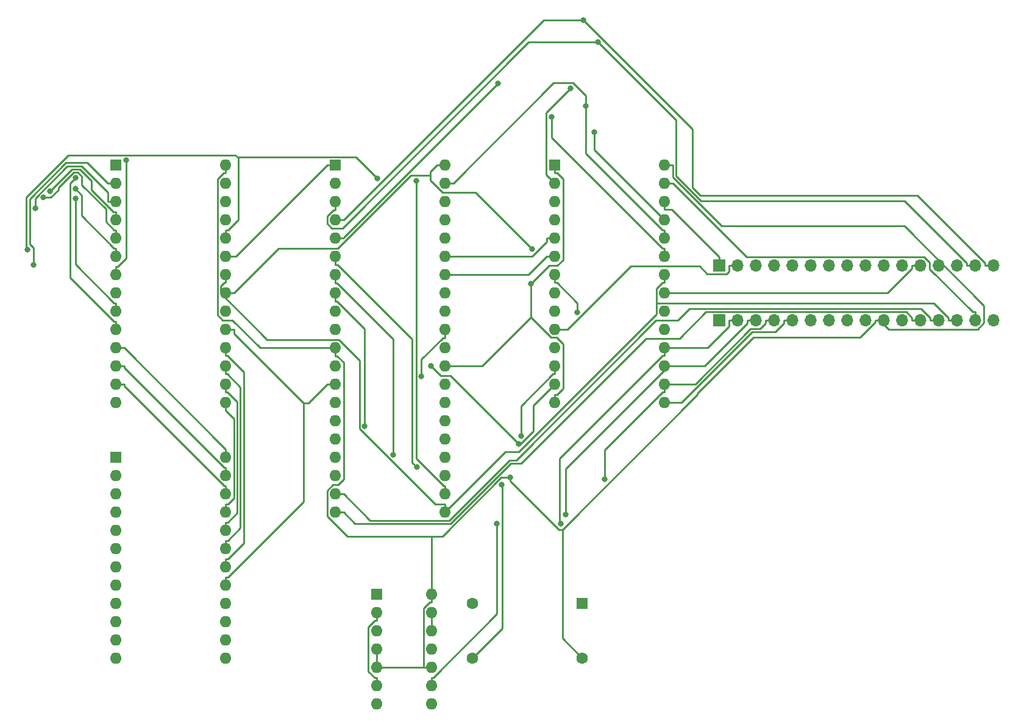
<source format=gbr>
%TF.GenerationSoftware,KiCad,Pcbnew,(6.0.10)*%
%TF.CreationDate,2023-01-13T13:11:36+01:00*%
%TF.ProjectId,z80-test-board,7a38302d-7465-4737-942d-626f6172642e,rev?*%
%TF.SameCoordinates,Original*%
%TF.FileFunction,Copper,L2,Bot*%
%TF.FilePolarity,Positive*%
%FSLAX46Y46*%
G04 Gerber Fmt 4.6, Leading zero omitted, Abs format (unit mm)*
G04 Created by KiCad (PCBNEW (6.0.10)) date 2023-01-13 13:11:36*
%MOMM*%
%LPD*%
G01*
G04 APERTURE LIST*
%TA.AperFunction,ComponentPad*%
%ADD10R,1.600000X1.600000*%
%TD*%
%TA.AperFunction,ComponentPad*%
%ADD11O,1.600000X1.600000*%
%TD*%
%TA.AperFunction,ComponentPad*%
%ADD12R,1.700000X1.700000*%
%TD*%
%TA.AperFunction,ComponentPad*%
%ADD13O,1.700000X1.700000*%
%TD*%
%TA.AperFunction,ComponentPad*%
%ADD14C,1.600000*%
%TD*%
%TA.AperFunction,ViaPad*%
%ADD15C,0.800000*%
%TD*%
%TA.AperFunction,Conductor*%
%ADD16C,0.250000*%
%TD*%
G04 APERTURE END LIST*
D10*
%TO.P,CPU1,1,A11*%
%TO.N,/A11*%
X132075000Y-52075000D03*
D11*
%TO.P,CPU1,2,A12*%
%TO.N,/A12*%
X132075000Y-54615000D03*
%TO.P,CPU1,3,A13*%
%TO.N,/A13*%
X132075000Y-57155000D03*
%TO.P,CPU1,4,A14*%
%TO.N,/A14*%
X132075000Y-59695000D03*
%TO.P,CPU1,5,A15*%
%TO.N,/A15*%
X132075000Y-62235000D03*
%TO.P,CPU1,6,~{CLK}*%
%TO.N,Clock*%
X132075000Y-64775000D03*
%TO.P,CPU1,7,D4*%
%TO.N,/D4*%
X132075000Y-67315000D03*
%TO.P,CPU1,8,D3*%
%TO.N,/D3*%
X132075000Y-69855000D03*
%TO.P,CPU1,9,D5*%
%TO.N,/D5*%
X132075000Y-72395000D03*
%TO.P,CPU1,10,D6*%
%TO.N,/D6*%
X132075000Y-74935000D03*
%TO.P,CPU1,11,VCC*%
%TO.N,+5V*%
X132075000Y-77475000D03*
%TO.P,CPU1,12,D2*%
%TO.N,/D2*%
X132075000Y-80015000D03*
%TO.P,CPU1,13,D7*%
%TO.N,/D7*%
X132075000Y-82555000D03*
%TO.P,CPU1,14,D0*%
%TO.N,/D0*%
X132075000Y-85095000D03*
%TO.P,CPU1,15,D1*%
%TO.N,/D1*%
X132075000Y-87635000D03*
%TO.P,CPU1,16,~{INT}*%
%TO.N,/INT*%
X132075000Y-90175000D03*
%TO.P,CPU1,17,~{NMI}*%
%TO.N,/NMI*%
X132075000Y-92715000D03*
%TO.P,CPU1,18,~{HALT}*%
%TO.N,/HALT*%
X132075000Y-95255000D03*
%TO.P,CPU1,19,~{MREQ}*%
%TO.N,/MREQ*%
X132075000Y-97795000D03*
%TO.P,CPU1,20,~{IORQ}*%
%TO.N,/IORQ*%
X132075000Y-100335000D03*
%TO.P,CPU1,21,~{RD}*%
%TO.N,/RD*%
X147315000Y-100335000D03*
%TO.P,CPU1,22,~{WR}*%
%TO.N,/WR*%
X147315000Y-97795000D03*
%TO.P,CPU1,23,~{BUSACK}*%
%TO.N,unconnected-(CPU1-Pad23)*%
X147315000Y-95255000D03*
%TO.P,CPU1,24,~{WAIT}*%
%TO.N,/WAIT*%
X147315000Y-92715000D03*
%TO.P,CPU1,25,~{BUSRQ}*%
%TO.N,unconnected-(CPU1-Pad25)*%
X147315000Y-90175000D03*
%TO.P,CPU1,26,~{RESET}*%
%TO.N,Net-(CPU1-Pad26)*%
X147315000Y-87635000D03*
%TO.P,CPU1,27,~{M1}*%
%TO.N,/M1*%
X147315000Y-85095000D03*
%TO.P,CPU1,28,~{RFSH}*%
%TO.N,/RFSH*%
X147315000Y-82555000D03*
%TO.P,CPU1,29,GND*%
%TO.N,GND*%
X147315000Y-80015000D03*
%TO.P,CPU1,30,A0*%
%TO.N,/A0*%
X147315000Y-77475000D03*
%TO.P,CPU1,31,A1*%
%TO.N,/A1*%
X147315000Y-74935000D03*
%TO.P,CPU1,32,A2*%
%TO.N,/A2*%
X147315000Y-72395000D03*
%TO.P,CPU1,33,A3*%
%TO.N,/A3*%
X147315000Y-69855000D03*
%TO.P,CPU1,34,A4*%
%TO.N,/A4*%
X147315000Y-67315000D03*
%TO.P,CPU1,35,A5*%
%TO.N,/A5*%
X147315000Y-64775000D03*
%TO.P,CPU1,36,A6*%
%TO.N,/A6*%
X147315000Y-62235000D03*
%TO.P,CPU1,37,A7*%
%TO.N,/A7*%
X147315000Y-59695000D03*
%TO.P,CPU1,38,A8*%
%TO.N,/A8*%
X147315000Y-57155000D03*
%TO.P,CPU1,39,A9*%
%TO.N,/A9*%
X147315000Y-54615000D03*
%TO.P,CPU1,40,A10*%
%TO.N,/A10*%
X147315000Y-52075000D03*
%TD*%
D10*
%TO.P,RAM1,1,A14*%
%TO.N,GND*%
X162555000Y-52055000D03*
D11*
%TO.P,RAM1,2,A12*%
%TO.N,/A12*%
X162555000Y-54595000D03*
%TO.P,RAM1,3,A7*%
%TO.N,/A7*%
X162555000Y-57135000D03*
%TO.P,RAM1,4,A6*%
%TO.N,/A6*%
X162555000Y-59675000D03*
%TO.P,RAM1,5,A5*%
%TO.N,/A5*%
X162555000Y-62215000D03*
%TO.P,RAM1,6,A4*%
%TO.N,/A4*%
X162555000Y-64755000D03*
%TO.P,RAM1,7,A3*%
%TO.N,/A3*%
X162555000Y-67295000D03*
%TO.P,RAM1,8,A2*%
%TO.N,/A2*%
X162555000Y-69835000D03*
%TO.P,RAM1,9,A1*%
%TO.N,/A1*%
X162555000Y-72375000D03*
%TO.P,RAM1,10,A0*%
%TO.N,/A0*%
X162555000Y-74915000D03*
%TO.P,RAM1,11,Q0*%
%TO.N,/D0*%
X162555000Y-77455000D03*
%TO.P,RAM1,12,Q1*%
%TO.N,/D1*%
X162555000Y-79995000D03*
%TO.P,RAM1,13,Q2*%
%TO.N,/D2*%
X162555000Y-82535000D03*
%TO.P,RAM1,14,GND*%
%TO.N,GND*%
X162555000Y-85075000D03*
%TO.P,RAM1,15,Q3*%
%TO.N,/D3*%
X177795000Y-85075000D03*
%TO.P,RAM1,16,Q4*%
%TO.N,/D4*%
X177795000Y-82535000D03*
%TO.P,RAM1,17,Q5*%
%TO.N,/D5*%
X177795000Y-79995000D03*
%TO.P,RAM1,18,Q6*%
%TO.N,/D6*%
X177795000Y-77455000D03*
%TO.P,RAM1,19,Q7*%
%TO.N,/D7*%
X177795000Y-74915000D03*
%TO.P,RAM1,20,~{CS}*%
%TO.N,/RAM1-CS*%
X177795000Y-72375000D03*
%TO.P,RAM1,21,A10*%
%TO.N,/A10*%
X177795000Y-69835000D03*
%TO.P,RAM1,22,~{OE}*%
%TO.N,/RD*%
X177795000Y-67295000D03*
%TO.P,RAM1,23,A11*%
%TO.N,/A11*%
X177795000Y-64755000D03*
%TO.P,RAM1,24,A9*%
%TO.N,/A9*%
X177795000Y-62215000D03*
%TO.P,RAM1,25,A8*%
%TO.N,/A8*%
X177795000Y-59675000D03*
%TO.P,RAM1,26,A13*%
%TO.N,GND*%
X177795000Y-57135000D03*
%TO.P,RAM1,27,~{WE}*%
%TO.N,/WR*%
X177795000Y-54595000D03*
%TO.P,RAM1,28,VCC*%
%TO.N,+5V*%
X177795000Y-52055000D03*
%TD*%
D10*
%TO.P,ROM1,1*%
%TO.N,N/C*%
X101595000Y-52055000D03*
D11*
%TO.P,ROM1,2,A12*%
%TO.N,/A12*%
X101595000Y-54595000D03*
%TO.P,ROM1,3,A7*%
%TO.N,/A7*%
X101595000Y-57135000D03*
%TO.P,ROM1,4,A6*%
%TO.N,/A6*%
X101595000Y-59675000D03*
%TO.P,ROM1,5,A5*%
%TO.N,/A5*%
X101595000Y-62215000D03*
%TO.P,ROM1,6,A4*%
%TO.N,/A4*%
X101595000Y-64755000D03*
%TO.P,ROM1,7,A3*%
%TO.N,/A3*%
X101595000Y-67295000D03*
%TO.P,ROM1,8,A2*%
%TO.N,/A2*%
X101595000Y-69835000D03*
%TO.P,ROM1,9,A1*%
%TO.N,/A1*%
X101595000Y-72375000D03*
%TO.P,ROM1,10,A0*%
%TO.N,/A0*%
X101595000Y-74915000D03*
%TO.P,ROM1,11,I/O0*%
%TO.N,/D0*%
X101595000Y-77455000D03*
%TO.P,ROM1,12,I/O1*%
%TO.N,/D1*%
X101595000Y-79995000D03*
%TO.P,ROM1,13,I/O2*%
%TO.N,/D2*%
X101595000Y-82535000D03*
%TO.P,ROM1,14,GND*%
%TO.N,GND*%
X101595000Y-85075000D03*
%TO.P,ROM1,15,I/O3*%
%TO.N,/D3*%
X116835000Y-85075000D03*
%TO.P,ROM1,16,I/O4*%
%TO.N,/D4*%
X116835000Y-82535000D03*
%TO.P,ROM1,17,I/O5*%
%TO.N,/D5*%
X116835000Y-79995000D03*
%TO.P,ROM1,18,I/O6*%
%TO.N,/D6*%
X116835000Y-77455000D03*
%TO.P,ROM1,19,I/O7*%
%TO.N,/D7*%
X116835000Y-74915000D03*
%TO.P,ROM1,20,~{CE}*%
%TO.N,/ROM1-CS*%
X116835000Y-72375000D03*
%TO.P,ROM1,21,A10*%
%TO.N,/A10*%
X116835000Y-69835000D03*
%TO.P,ROM1,22,~{OE}*%
%TO.N,/RD*%
X116835000Y-67295000D03*
%TO.P,ROM1,23,A11*%
%TO.N,/A11*%
X116835000Y-64755000D03*
%TO.P,ROM1,24,A9*%
%TO.N,/A9*%
X116835000Y-62215000D03*
%TO.P,ROM1,25,A8*%
%TO.N,/A8*%
X116835000Y-59675000D03*
%TO.P,ROM1,26*%
%TO.N,N/C*%
X116835000Y-57135000D03*
%TO.P,ROM1,27,~{WE}*%
%TO.N,/WR*%
X116835000Y-54595000D03*
%TO.P,ROM1,28,VCC*%
%TO.N,+5V*%
X116835000Y-52055000D03*
%TD*%
D12*
%TO.P,J2,1,Pin_1*%
%TO.N,/D7*%
X185420000Y-73660000D03*
D13*
%TO.P,J2,2,Pin_2*%
%TO.N,/D6*%
X187960000Y-73660000D03*
%TO.P,J2,3,Pin_3*%
%TO.N,/D5*%
X190500000Y-73660000D03*
%TO.P,J2,4,Pin_4*%
%TO.N,/D4*%
X193040000Y-73660000D03*
%TO.P,J2,5,Pin_5*%
%TO.N,/D3*%
X195580000Y-73660000D03*
%TO.P,J2,6,Pin_6*%
%TO.N,/D2*%
X198120000Y-73660000D03*
%TO.P,J2,7,Pin_7*%
%TO.N,/D1*%
X200660000Y-73660000D03*
%TO.P,J2,8,Pin_8*%
%TO.N,/D0*%
X203200000Y-73660000D03*
%TO.P,J2,9,Pin_9*%
%TO.N,/A15*%
X205740000Y-73660000D03*
%TO.P,J2,10,Pin_10*%
%TO.N,+5V*%
X208280000Y-73660000D03*
%TO.P,J2,11,Pin_11*%
%TO.N,/RST*%
X210820000Y-73660000D03*
%TO.P,J2,12,Pin_12*%
%TO.N,/IORQ*%
X213360000Y-73660000D03*
%TO.P,J2,13,Pin_13*%
%TO.N,/MREQ*%
X215900000Y-73660000D03*
%TO.P,J2,14,Pin_14*%
%TO.N,/RD*%
X218440000Y-73660000D03*
%TO.P,J2,15,Pin_15*%
%TO.N,/WR*%
X220980000Y-73660000D03*
%TO.P,J2,16,Pin_16*%
%TO.N,GND*%
X223520000Y-73660000D03*
%TD*%
D12*
%TO.P,J1,1,Pin_1*%
%TO.N,GND*%
X185420000Y-66040000D03*
D13*
%TO.P,J1,2,Pin_2*%
%TO.N,/A0*%
X187960000Y-66040000D03*
%TO.P,J1,3,Pin_3*%
%TO.N,/A1*%
X190500000Y-66040000D03*
%TO.P,J1,4,Pin_4*%
%TO.N,/A2*%
X193040000Y-66040000D03*
%TO.P,J1,5,Pin_5*%
%TO.N,/A3*%
X195580000Y-66040000D03*
%TO.P,J1,6,Pin_6*%
%TO.N,/A4*%
X198120000Y-66040000D03*
%TO.P,J1,7,Pin_7*%
%TO.N,/A5*%
X200660000Y-66040000D03*
%TO.P,J1,8,Pin_8*%
%TO.N,/A6*%
X203200000Y-66040000D03*
%TO.P,J1,9,Pin_9*%
%TO.N,/A7*%
X205740000Y-66040000D03*
%TO.P,J1,10,Pin_10*%
%TO.N,/A8*%
X208280000Y-66040000D03*
%TO.P,J1,11,Pin_11*%
%TO.N,/A9*%
X210820000Y-66040000D03*
%TO.P,J1,12,Pin_12*%
%TO.N,/A10*%
X213360000Y-66040000D03*
%TO.P,J1,13,Pin_13*%
%TO.N,/A11*%
X215900000Y-66040000D03*
%TO.P,J1,14,Pin_14*%
%TO.N,/A12*%
X218440000Y-66040000D03*
%TO.P,J1,15,Pin_15*%
%TO.N,/A13*%
X220980000Y-66040000D03*
%TO.P,J1,16,Pin_16*%
%TO.N,/A14*%
X223520000Y-66040000D03*
%TD*%
D10*
%TO.P,CLK1,1,DIS*%
%TO.N,Net-(CLK1-Pad1)*%
X137805000Y-111755000D03*
D11*
%TO.P,CLK1,2,THR*%
%TO.N,Net-(C1-Pad1)*%
X137805000Y-114295000D03*
%TO.P,CLK1,3,CV*%
%TO.N,Net-(C5-Pad1)*%
X137805000Y-116835000D03*
%TO.P,CLK1,4,R*%
%TO.N,+5V*%
X137805000Y-119375000D03*
%TO.P,CLK1,5,Q*%
X137805000Y-121915000D03*
%TO.P,CLK1,6,TR*%
%TO.N,Net-(C1-Pad1)*%
X137805000Y-124455000D03*
%TO.P,CLK1,7,GND*%
%TO.N,GND*%
X137805000Y-126995000D03*
%TO.P,CLK1,8,TR*%
%TO.N,Net-(CLK1-Pad8)*%
X145425000Y-126995000D03*
%TO.P,CLK1,9,Q*%
%TO.N,/ManClk*%
X145425000Y-124455000D03*
%TO.P,CLK1,10,R*%
%TO.N,+5V*%
X145425000Y-121915000D03*
%TO.P,CLK1,11,CV*%
%TO.N,Net-(C6-Pad1)*%
X145425000Y-119375000D03*
%TO.P,CLK1,12,THR*%
%TO.N,Net-(C7-Pad2)*%
X145425000Y-116835000D03*
%TO.P,CLK1,13,DIS*%
X145425000Y-114295000D03*
%TO.P,CLK1,14,VCC*%
%TO.N,+5V*%
X145425000Y-111755000D03*
%TD*%
D10*
%TO.P,A1,1,NC*%
%TO.N,unconnected-(A1-Pad1)*%
X101595000Y-92705000D03*
D11*
%TO.P,A1,2,IOREF*%
%TO.N,unconnected-(A1-Pad2)*%
X101595000Y-95245000D03*
%TO.P,A1,3,~{RESET}*%
%TO.N,unconnected-(A1-Pad3)*%
X101595000Y-97785000D03*
%TO.P,A1,4,3V3*%
%TO.N,unconnected-(A1-Pad4)*%
X101595000Y-100325000D03*
%TO.P,A1,5,+5V*%
%TO.N,Net-(A1-Pad5)*%
X101595000Y-102865000D03*
%TO.P,A1,6,GND*%
%TO.N,Net-(A1-Pad6)*%
X101595000Y-105405000D03*
%TO.P,A1,7,GND*%
%TO.N,unconnected-(A1-Pad7)*%
X101595000Y-107945000D03*
%TO.P,A1,8,VIN*%
%TO.N,unconnected-(A1-Pad8)*%
X101595000Y-110485000D03*
%TO.P,A1,9,A0*%
%TO.N,Net-(A1-Pad9)*%
X101595000Y-113025000D03*
%TO.P,A1,10,A1*%
%TO.N,unconnected-(A1-Pad10)*%
X101595000Y-115565000D03*
%TO.P,A1,11,A2*%
%TO.N,unconnected-(A1-Pad11)*%
X101595000Y-118105000D03*
%TO.P,A1,12,A3*%
%TO.N,unconnected-(A1-Pad12)*%
X101595000Y-120645000D03*
%TO.P,A1,13,A4*%
%TO.N,unconnected-(A1-Pad13)*%
X116835000Y-120645000D03*
%TO.P,A1,14,A5*%
%TO.N,unconnected-(A1-Pad14)*%
X116835000Y-118105000D03*
%TO.P,A1,15,D0/RX*%
%TO.N,unconnected-(A1-Pad15)*%
X116835000Y-115565000D03*
%TO.P,A1,16,D1/TX*%
%TO.N,unconnected-(A1-Pad16)*%
X116835000Y-113025000D03*
%TO.P,A1,17,D2/SDA*%
%TO.N,/D7*%
X116835000Y-110485000D03*
%TO.P,A1,18,D3/SCL*%
%TO.N,/D6*%
X116835000Y-107945000D03*
%TO.P,A1,19,D4*%
%TO.N,/D5*%
X116835000Y-105405000D03*
%TO.P,A1,20,D5*%
%TO.N,/D4*%
X116835000Y-102865000D03*
%TO.P,A1,21,D6*%
%TO.N,/D3*%
X116835000Y-100325000D03*
%TO.P,A1,22,D7*%
%TO.N,/D2*%
X116835000Y-97785000D03*
%TO.P,A1,23,D8*%
%TO.N,/D1*%
X116835000Y-95245000D03*
%TO.P,A1,24,D9*%
%TO.N,/D0*%
X116835000Y-92705000D03*
%TD*%
D10*
%TO.P,X8.000Mhz1,1,EN*%
%TO.N,GND*%
X166370000Y-113030000D03*
D14*
%TO.P,X8.000Mhz1,7,GND*%
X151130000Y-113030000D03*
%TO.P,X8.000Mhz1,8,OUT*%
%TO.N,/FstClk*%
X151130000Y-120650000D03*
%TO.P,X8.000Mhz1,14,Vcc*%
%TO.N,+5V*%
X166370000Y-120650000D03*
%TD*%
D15*
%TO.N,/A3*%
X165649900Y-72556100D03*
X103022000Y-51406000D03*
%TO.N,/A1*%
X144034200Y-81409800D03*
X95950000Y-56719000D03*
%TO.N,/A0*%
X96009000Y-53820800D03*
%TO.N,/D1*%
X157840100Y-89762400D03*
%TO.N,/D2*%
X157568600Y-90873000D03*
X145306900Y-80015000D03*
%TO.N,/FstClk*%
X155208500Y-96463400D03*
%TO.N,/ManClk*%
X154522100Y-101931600D03*
%TO.N,/D6*%
X163345500Y-101899400D03*
%TO.N,/D5*%
X164032900Y-100636400D03*
%TO.N,/D3*%
X136151100Y-88390900D03*
%TO.N,/D4*%
X140088800Y-92338300D03*
X169518600Y-95718900D03*
%TO.N,/A10*%
X159386100Y-63772500D03*
%TO.N,/A9*%
X166879900Y-43815000D03*
X137914000Y-53927800D03*
X89277800Y-63791700D03*
%TO.N,/A8*%
X168035000Y-47482200D03*
%TO.N,/A7*%
X90359500Y-58091300D03*
%TO.N,/A6*%
X92418700Y-55669200D03*
%TO.N,/A5*%
X91519900Y-56567000D03*
%TO.N,/A4*%
X95947100Y-55393200D03*
%TO.N,/WR*%
X143295300Y-54256000D03*
%TO.N,/A15*%
X154664300Y-40687500D03*
%TO.N,Clock*%
X143365200Y-94079300D03*
%TO.N,/A14*%
X166547400Y-31903300D03*
%TO.N,/A13*%
X168562600Y-34968500D03*
%TO.N,/A12*%
X164736700Y-41380300D03*
X90119600Y-65955400D03*
%TO.N,/A11*%
X162112100Y-45351200D03*
%TO.N,+5V*%
X156390600Y-95520200D03*
%TO.N,GND*%
X159254800Y-68580000D03*
%TD*%
D16*
%TO.N,/A3*%
X165649900Y-71233700D02*
X165649900Y-72556100D01*
X162836300Y-68420100D02*
X165649900Y-71233700D01*
X162555000Y-68420100D02*
X162836300Y-68420100D01*
X162555000Y-67295000D02*
X162555000Y-68420100D01*
X101595000Y-67295000D02*
X101595000Y-66169900D01*
X103022000Y-64976000D02*
X103022000Y-51406000D01*
X101828100Y-66169900D02*
X103022000Y-64976000D01*
X101595000Y-66169900D02*
X101828100Y-66169900D01*
%TO.N,/A1*%
X147315000Y-74935000D02*
X147315000Y-76060100D01*
X144034200Y-79059600D02*
X144034200Y-81409800D01*
X147033700Y-76060100D02*
X144034200Y-79059600D01*
X147315000Y-76060100D02*
X147033700Y-76060100D01*
X95950000Y-65886200D02*
X95950000Y-56719000D01*
X101313700Y-71249900D02*
X95950000Y-65886200D01*
X101595000Y-71249900D02*
X101313700Y-71249900D01*
X101595000Y-72375000D02*
X101595000Y-71249900D01*
%TO.N,/A0*%
X162555000Y-74915000D02*
X163680100Y-74915000D01*
X187960000Y-66040000D02*
X186784900Y-66040000D01*
X186784900Y-66871000D02*
X186784900Y-66040000D01*
X186434100Y-67221800D02*
X186784900Y-66871000D01*
X183739800Y-67221800D02*
X186434100Y-67221800D01*
X182663600Y-66145600D02*
X183739800Y-67221800D01*
X173085900Y-66145600D02*
X182663600Y-66145600D01*
X164316500Y-74915000D02*
X173085900Y-66145600D01*
X163680100Y-74915000D02*
X164316500Y-74915000D01*
X101595000Y-74915000D02*
X101595000Y-73789900D01*
X95217300Y-54612500D02*
X96009000Y-53820800D01*
X95217300Y-67693500D02*
X95217300Y-54612500D01*
X101313700Y-73789900D02*
X95217300Y-67693500D01*
X101595000Y-73789900D02*
X101313700Y-73789900D01*
%TO.N,/D1*%
X162555000Y-79995000D02*
X162555000Y-81120100D01*
X102720100Y-80233200D02*
X102720100Y-79995000D01*
X116606800Y-94119900D02*
X102720100Y-80233200D01*
X116835000Y-94119900D02*
X116606800Y-94119900D01*
X116835000Y-95245000D02*
X116835000Y-94119900D01*
X101595000Y-79995000D02*
X102720100Y-79995000D01*
X157840100Y-85553700D02*
X157840100Y-89762400D01*
X162273700Y-81120100D02*
X157840100Y-85553700D01*
X162555000Y-81120100D02*
X162273700Y-81120100D01*
%TO.N,/D0*%
X102720100Y-77465000D02*
X102720100Y-77455000D01*
X116835000Y-91579900D02*
X102720100Y-77465000D01*
X116835000Y-92705000D02*
X116835000Y-91579900D01*
X101595000Y-77455000D02*
X102720100Y-77455000D01*
%TO.N,/D7*%
X116835000Y-110485000D02*
X116835000Y-109359900D01*
X116835000Y-74915000D02*
X117960100Y-74915000D01*
X132075000Y-82555000D02*
X130949900Y-82555000D01*
X127641400Y-98834800D02*
X127641400Y-85195800D01*
X117116300Y-109359900D02*
X127641400Y-98834800D01*
X116835000Y-109359900D02*
X117116300Y-109359900D01*
X128309100Y-85195800D02*
X127641400Y-85195800D01*
X130949900Y-82555000D02*
X128309100Y-85195800D01*
X117960100Y-75514500D02*
X117960100Y-74915000D01*
X127641400Y-85195800D02*
X117960100Y-75514500D01*
%TO.N,/D2*%
X102720100Y-82773200D02*
X102720100Y-82535000D01*
X116606800Y-96659900D02*
X102720100Y-82773200D01*
X116835000Y-96659900D02*
X116606800Y-96659900D01*
X116835000Y-97785000D02*
X116835000Y-96659900D01*
X101595000Y-82535000D02*
X102720100Y-82535000D01*
X159582300Y-85507700D02*
X162555000Y-82535000D01*
X159582300Y-89045700D02*
X159582300Y-85507700D01*
X157755000Y-90873000D02*
X159582300Y-89045700D01*
X157568600Y-90873000D02*
X157755000Y-90873000D01*
X146679900Y-81388000D02*
X145306900Y-80015000D01*
X148083600Y-81388000D02*
X146679900Y-81388000D01*
X157568600Y-90873000D02*
X148083600Y-81388000D01*
%TO.N,/FstClk*%
X155290000Y-116490000D02*
X151130000Y-120650000D01*
X155290000Y-96544900D02*
X155290000Y-116490000D01*
X155208500Y-96463400D02*
X155290000Y-96544900D01*
%TO.N,/ManClk*%
X145425000Y-124455000D02*
X145425000Y-123329900D01*
X145658100Y-123329900D02*
X145425000Y-123329900D01*
X154522100Y-114465900D02*
X145658100Y-123329900D01*
X154522100Y-101931600D02*
X154522100Y-114465900D01*
%TO.N,/D6*%
X187960000Y-73660000D02*
X186784900Y-73660000D01*
X186784900Y-74467900D02*
X186784900Y-73660000D01*
X183797800Y-77455000D02*
X186784900Y-74467900D01*
X177795000Y-77455000D02*
X183797800Y-77455000D01*
X117068100Y-78580100D02*
X116835000Y-78580100D01*
X119340100Y-80852100D02*
X117068100Y-78580100D01*
X119340100Y-104596100D02*
X119340100Y-80852100D01*
X117116300Y-106819900D02*
X119340100Y-104596100D01*
X116835000Y-106819900D02*
X117116300Y-106819900D01*
X116835000Y-107945000D02*
X116835000Y-106819900D01*
X116835000Y-77455000D02*
X116835000Y-78580100D01*
X177561800Y-78580100D02*
X177795000Y-78580100D01*
X163249200Y-92892700D02*
X177561800Y-78580100D01*
X163249200Y-101803100D02*
X163249200Y-92892700D01*
X163345500Y-101899400D02*
X163249200Y-101803100D01*
X177795000Y-77455000D02*
X177795000Y-78580100D01*
%TO.N,/D5*%
X116835000Y-105405000D02*
X116835000Y-104279900D01*
X116835000Y-79995000D02*
X116835000Y-81120100D01*
X183362500Y-79995000D02*
X178920100Y-79995000D01*
X189324900Y-74032600D02*
X183362500Y-79995000D01*
X189324900Y-73660000D02*
X189324900Y-74032600D01*
X190500000Y-73660000D02*
X189324900Y-73660000D01*
X117116300Y-104279900D02*
X116835000Y-104279900D01*
X118875900Y-102520300D02*
X117116300Y-104279900D01*
X118875900Y-82927900D02*
X118875900Y-102520300D01*
X117068100Y-81120100D02*
X118875900Y-82927900D01*
X116835000Y-81120100D02*
X117068100Y-81120100D01*
X177795000Y-79995000D02*
X178357600Y-79995000D01*
X178357600Y-79995000D02*
X178920100Y-79995000D01*
X164032900Y-94319700D02*
X178357600Y-79995000D01*
X164032900Y-100636400D02*
X164032900Y-94319700D01*
%TO.N,/D3*%
X117965600Y-87330700D02*
X116835000Y-86200100D01*
X117965600Y-98350600D02*
X117965600Y-87330700D01*
X117116300Y-99199900D02*
X117965600Y-98350600D01*
X116835000Y-99199900D02*
X117116300Y-99199900D01*
X116835000Y-100325000D02*
X116835000Y-99199900D01*
X195580000Y-73660000D02*
X194404900Y-73660000D01*
X177795000Y-85075000D02*
X178920100Y-85075000D01*
X194404900Y-74027300D02*
X194404900Y-73660000D01*
X193147000Y-75285200D02*
X194404900Y-74027300D01*
X189943000Y-75285200D02*
X193147000Y-75285200D01*
X180153200Y-85075000D02*
X189943000Y-75285200D01*
X178920100Y-85075000D02*
X180153200Y-85075000D01*
X116835000Y-85075000D02*
X116835000Y-86200100D01*
X132308100Y-70980100D02*
X132075000Y-70980100D01*
X136151100Y-74823100D02*
X132308100Y-70980100D01*
X136151100Y-88390900D02*
X136151100Y-74823100D01*
X132075000Y-69855000D02*
X132075000Y-70980100D01*
%TO.N,/D4*%
X193040000Y-73660000D02*
X191864900Y-73660000D01*
X191864900Y-74032000D02*
X191864900Y-73660000D01*
X191061800Y-74835100D02*
X191864900Y-74032000D01*
X189756400Y-74835100D02*
X191061800Y-74835100D01*
X182056500Y-82535000D02*
X189756400Y-74835100D01*
X178920100Y-82535000D02*
X182056500Y-82535000D01*
X178357600Y-82535000D02*
X178920100Y-82535000D01*
X178357600Y-82535000D02*
X177795000Y-82535000D01*
X117068100Y-83660100D02*
X116835000Y-83660100D01*
X118425700Y-85017700D02*
X117068100Y-83660100D01*
X118425700Y-100430500D02*
X118425700Y-85017700D01*
X117116300Y-101739900D02*
X118425700Y-100430500D01*
X116835000Y-101739900D02*
X117116300Y-101739900D01*
X116835000Y-102865000D02*
X116835000Y-101739900D01*
X116835000Y-82535000D02*
X116835000Y-83660100D01*
X132075000Y-67315000D02*
X132075000Y-68440100D01*
X177795000Y-82535000D02*
X177795000Y-83660100D01*
X140088800Y-76249300D02*
X140088800Y-92338300D01*
X132279600Y-68440100D02*
X140088800Y-76249300D01*
X132075000Y-68440100D02*
X132279600Y-68440100D01*
X169518600Y-91703300D02*
X169518600Y-95718900D01*
X177561800Y-83660100D02*
X169518600Y-91703300D01*
X177795000Y-83660100D02*
X177561800Y-83660100D01*
%TO.N,/A10*%
X213360000Y-66040000D02*
X212184900Y-66040000D01*
X177795000Y-69835000D02*
X178920100Y-69835000D01*
X147315000Y-52075000D02*
X146189900Y-52075000D01*
X116835000Y-69835000D02*
X117960100Y-69835000D01*
X212184900Y-66407200D02*
X212184900Y-66040000D01*
X208757100Y-69835000D02*
X212184900Y-66407200D01*
X178920100Y-69835000D02*
X208757100Y-69835000D01*
X124145300Y-63649800D02*
X117960100Y-69835000D01*
X132421900Y-63649800D02*
X124145300Y-63649800D01*
X142544400Y-53527300D02*
X132421900Y-63649800D01*
X145268600Y-53527300D02*
X142544400Y-53527300D01*
X145268600Y-52996300D02*
X145268600Y-53527300D01*
X146189900Y-52075000D02*
X145268600Y-52996300D01*
X151498600Y-55885000D02*
X159386100Y-63772500D01*
X146988500Y-55885000D02*
X151498600Y-55885000D01*
X145268600Y-54165100D02*
X146988500Y-55885000D01*
X145268600Y-53527300D02*
X145268600Y-54165100D01*
%TO.N,/A9*%
X177795000Y-62215000D02*
X177795000Y-61089900D01*
X116835000Y-62215000D02*
X116835000Y-61089900D01*
X166879900Y-50408000D02*
X166879900Y-43815000D01*
X177561800Y-61089900D02*
X166879900Y-50408000D01*
X177795000Y-61089900D02*
X177561800Y-61089900D01*
X162408700Y-40646400D02*
X148440100Y-54615000D01*
X165100900Y-40646400D02*
X162408700Y-40646400D01*
X166879900Y-42425400D02*
X165100900Y-40646400D01*
X166879900Y-43815000D02*
X166879900Y-42425400D01*
X147315000Y-54615000D02*
X148440100Y-54615000D01*
X118571600Y-59634600D02*
X118571600Y-51048300D01*
X117116300Y-61089900D02*
X118571600Y-59634600D01*
X116835000Y-61089900D02*
X117116300Y-61089900D01*
X134927900Y-50941700D02*
X137914000Y-53927800D01*
X118678200Y-50941700D02*
X134927900Y-50941700D01*
X118571600Y-51048300D02*
X118678200Y-50941700D01*
X89152300Y-63666200D02*
X89277800Y-63791700D01*
X89152300Y-56516000D02*
X89152300Y-63666200D01*
X95003900Y-50664400D02*
X89152300Y-56516000D01*
X118187700Y-50664400D02*
X95003900Y-50664400D01*
X118571600Y-51048300D02*
X118187700Y-50664400D01*
%TO.N,/A8*%
X168035000Y-49915000D02*
X168035000Y-47482200D01*
X177795000Y-59675000D02*
X168035000Y-49915000D01*
%TO.N,/A7*%
X101595000Y-57135000D02*
X100469900Y-57135000D01*
X100469900Y-55847200D02*
X100469900Y-57135000D01*
X96818100Y-52195400D02*
X100469900Y-55847200D01*
X94840500Y-52195400D02*
X96818100Y-52195400D01*
X90359500Y-56676400D02*
X94840500Y-52195400D01*
X90359500Y-58091300D02*
X90359500Y-56676400D01*
%TO.N,/A6*%
X101595000Y-59675000D02*
X101595000Y-58549900D01*
X101245300Y-58549900D02*
X101595000Y-58549900D01*
X98180800Y-55485400D02*
X101245300Y-58549900D01*
X98180800Y-54271100D02*
X98180800Y-55485400D01*
X96555200Y-52645500D02*
X98180800Y-54271100D01*
X95442400Y-52645500D02*
X96555200Y-52645500D01*
X92418700Y-55669200D02*
X95442400Y-52645500D01*
%TO.N,/A5*%
X147315000Y-64775000D02*
X148440100Y-64775000D01*
X162555000Y-62215000D02*
X161429900Y-62215000D01*
X161429900Y-62754200D02*
X161429900Y-62215000D01*
X159409100Y-64775000D02*
X161429900Y-62754200D01*
X148440100Y-64775000D02*
X159409100Y-64775000D01*
X101595000Y-62215000D02*
X101595000Y-61089900D01*
X101361800Y-61089900D02*
X101595000Y-61089900D01*
X100180200Y-59908300D02*
X101361800Y-61089900D01*
X100180200Y-58121400D02*
X100180200Y-59908300D01*
X96874300Y-54815500D02*
X100180200Y-58121400D01*
X96874300Y-53625700D02*
X96874300Y-54815500D01*
X96344200Y-53095600D02*
X96874300Y-53625700D01*
X95704400Y-53095600D02*
X96344200Y-53095600D01*
X93602500Y-55197500D02*
X95704400Y-53095600D01*
X93602500Y-55511000D02*
X93602500Y-55197500D01*
X92546500Y-56567000D02*
X93602500Y-55511000D01*
X91519900Y-56567000D02*
X92546500Y-56567000D01*
%TO.N,/A4*%
X158869900Y-67315000D02*
X161429900Y-64755000D01*
X148440100Y-67315000D02*
X158869900Y-67315000D01*
X147315000Y-67315000D02*
X148440100Y-67315000D01*
X162555000Y-64755000D02*
X161429900Y-64755000D01*
X96803600Y-56249700D02*
X95947100Y-55393200D01*
X96803600Y-59119800D02*
X96803600Y-56249700D01*
X101313700Y-63629900D02*
X96803600Y-59119800D01*
X101595000Y-63629900D02*
X101313700Y-63629900D01*
X101595000Y-64755000D02*
X101595000Y-63629900D01*
%TO.N,/WR*%
X147138600Y-96669900D02*
X147315000Y-96669900D01*
X143295300Y-92826600D02*
X147138600Y-96669900D01*
X143295300Y-54256000D02*
X143295300Y-92826600D01*
X147315000Y-97795000D02*
X147315000Y-96669900D01*
X189189900Y-64864800D02*
X178920100Y-54595000D01*
X213865900Y-64864800D02*
X189189900Y-64864800D01*
X214630000Y-65628900D02*
X213865900Y-64864800D01*
X214630000Y-66502100D02*
X214630000Y-65628900D01*
X220612800Y-72484900D02*
X214630000Y-66502100D01*
X220980000Y-72484900D02*
X220612800Y-72484900D01*
X220980000Y-73660000D02*
X220980000Y-72484900D01*
X177795000Y-54595000D02*
X178920100Y-54595000D01*
%TO.N,/RD*%
X177795000Y-67295000D02*
X177795000Y-68420100D01*
X218440000Y-73660000D02*
X217264900Y-73660000D01*
X177513600Y-68420100D02*
X177795000Y-68420100D01*
X176669900Y-69263800D02*
X177513600Y-68420100D01*
X176669900Y-71249900D02*
X176669900Y-69263800D01*
X215222000Y-71249900D02*
X176669900Y-71249900D01*
X217264900Y-73292800D02*
X215222000Y-71249900D01*
X217264900Y-73660000D02*
X217264900Y-73292800D01*
X116835000Y-67295000D02*
X116835000Y-68420100D01*
X147315000Y-100335000D02*
X147315000Y-99209900D01*
X176669900Y-72815300D02*
X176669900Y-71249900D01*
X157543400Y-91941800D02*
X176669900Y-72815300D01*
X155708200Y-91941800D02*
X157543400Y-91941800D01*
X147315000Y-100335000D02*
X155708200Y-91941800D01*
X145935000Y-99209900D02*
X147315000Y-99209900D01*
X135426000Y-88700900D02*
X145935000Y-99209900D01*
X135426000Y-79200900D02*
X135426000Y-88700900D01*
X132544000Y-76318900D02*
X135426000Y-79200900D01*
X122602100Y-76318900D02*
X132544000Y-76318900D01*
X116151000Y-69867800D02*
X122602100Y-76318900D01*
X116151000Y-68902800D02*
X116151000Y-69867800D01*
X116633700Y-68420100D02*
X116151000Y-68902800D01*
X116835000Y-68420100D02*
X116633700Y-68420100D01*
%TO.N,/IORQ*%
X213360000Y-73660000D02*
X212184900Y-73660000D01*
X132075000Y-100335000D02*
X133200100Y-100335000D01*
X134796800Y-101931700D02*
X133200100Y-100335000D01*
X148078300Y-101931700D02*
X134796800Y-101931700D01*
X156475100Y-93534900D02*
X148078300Y-101931700D01*
X157902300Y-93534900D02*
X156475100Y-93534900D01*
X175252200Y-76185000D02*
X157902300Y-93534900D01*
X179873600Y-76185000D02*
X175252200Y-76185000D01*
X183573800Y-72484800D02*
X179873600Y-76185000D01*
X211376900Y-72484800D02*
X183573800Y-72484800D01*
X212184900Y-73292800D02*
X211376900Y-72484800D01*
X212184900Y-73660000D02*
X212184900Y-73292800D01*
%TO.N,/MREQ*%
X132075000Y-97795000D02*
X133200100Y-97795000D01*
X215900000Y-73660000D02*
X214724900Y-73660000D01*
X136878000Y-101472900D02*
X133200100Y-97795000D01*
X147847300Y-101472900D02*
X136878000Y-101472900D01*
X156235500Y-93084700D02*
X147847300Y-101472900D01*
X157189500Y-93084700D02*
X156235500Y-93084700D01*
X176629200Y-73645000D02*
X157189500Y-93084700D01*
X179638600Y-73645000D02*
X176629200Y-73645000D01*
X181261500Y-72022100D02*
X179638600Y-73645000D01*
X213452200Y-72022100D02*
X181261500Y-72022100D01*
X214724900Y-73294800D02*
X213452200Y-72022100D01*
X214724900Y-73660000D02*
X214724900Y-73294800D01*
%TO.N,/A15*%
X133200100Y-62151700D02*
X133200100Y-62235000D01*
X154664300Y-40687500D02*
X133200100Y-62151700D01*
X132075000Y-62235000D02*
X133200100Y-62235000D01*
%TO.N,Clock*%
X142705100Y-93419200D02*
X143365200Y-94079300D01*
X142705100Y-76248900D02*
X142705100Y-93419200D01*
X132356300Y-65900100D02*
X142705100Y-76248900D01*
X132075000Y-65900100D02*
X132356300Y-65900100D01*
X132075000Y-64775000D02*
X132075000Y-65900100D01*
%TO.N,/A14*%
X132075000Y-59695000D02*
X133200100Y-59695000D01*
X181667900Y-47023800D02*
X166547400Y-31903300D01*
X181667900Y-55208900D02*
X181667900Y-47023800D01*
X182736500Y-56277500D02*
X181667900Y-55208900D01*
X212949600Y-56277500D02*
X182736500Y-56277500D01*
X222344900Y-65672800D02*
X212949600Y-56277500D01*
X222344900Y-66040000D02*
X222344900Y-65672800D01*
X223520000Y-66040000D02*
X222344900Y-66040000D01*
X160991800Y-31903300D02*
X133200100Y-59695000D01*
X166547400Y-31903300D02*
X160991800Y-31903300D01*
%TO.N,/A13*%
X179370300Y-45776200D02*
X168562600Y-34968500D01*
X179370300Y-53548000D02*
X179370300Y-45776200D01*
X182843500Y-57021200D02*
X179370300Y-53548000D01*
X211153300Y-57021200D02*
X182843500Y-57021200D01*
X219804900Y-65672800D02*
X211153300Y-57021200D01*
X219804900Y-66040000D02*
X219804900Y-65672800D01*
X220980000Y-66040000D02*
X219804900Y-66040000D01*
X132075000Y-57155000D02*
X132075000Y-58280100D01*
X131841800Y-58280100D02*
X132075000Y-58280100D01*
X130942900Y-59179000D02*
X131841800Y-58280100D01*
X130942900Y-60198400D02*
X130942900Y-59179000D01*
X131564700Y-60820200D02*
X130942900Y-60198400D01*
X133078100Y-60820200D02*
X131564700Y-60820200D01*
X158929800Y-34968500D02*
X133078100Y-60820200D01*
X168562600Y-34968500D02*
X158929800Y-34968500D01*
%TO.N,/A12*%
X161373300Y-44743700D02*
X164736700Y-41380300D01*
X161373300Y-53413300D02*
X161373300Y-44743700D01*
X162555000Y-54595000D02*
X161373300Y-53413300D01*
X101595000Y-54595000D02*
X100469900Y-54595000D01*
X97581600Y-51706700D02*
X100469900Y-54595000D01*
X94675300Y-51706700D02*
X97581600Y-51706700D01*
X89602500Y-56779500D02*
X94675300Y-51706700D01*
X89602500Y-63090900D02*
X89602500Y-56779500D01*
X90119600Y-63608000D02*
X89602500Y-63090900D01*
X90119600Y-65955400D02*
X90119600Y-63608000D01*
%TO.N,/A11*%
X118269900Y-64755000D02*
X116835000Y-64755000D01*
X130949900Y-52075000D02*
X118269900Y-64755000D01*
X132075000Y-52075000D02*
X130949900Y-52075000D01*
X177795000Y-64755000D02*
X177795000Y-63629900D01*
X162112100Y-48228300D02*
X162112100Y-45351200D01*
X177513700Y-63629900D02*
X162112100Y-48228300D01*
X177795000Y-63629900D02*
X177513700Y-63629900D01*
%TO.N,Net-(C7-Pad2)*%
X145425000Y-114295000D02*
X145425000Y-116835000D01*
%TO.N,+5V*%
X137805000Y-121915000D02*
X137805000Y-119375000D01*
X145425000Y-121915000D02*
X144299900Y-121915000D01*
X137805000Y-121915000D02*
X144299900Y-121915000D01*
X208280000Y-73660000D02*
X207692500Y-73660000D01*
X207692500Y-73660000D02*
X207104900Y-73660000D01*
X177795000Y-52055000D02*
X178920100Y-52055000D01*
X144299900Y-113723800D02*
X144299900Y-121915000D01*
X145143600Y-112880100D02*
X144299900Y-113723800D01*
X145425000Y-112880100D02*
X145143600Y-112880100D01*
X145425000Y-111755000D02*
X145425000Y-112880100D01*
X178920100Y-53734400D02*
X178920100Y-52055000D01*
X185733400Y-60547700D02*
X178920100Y-53734400D01*
X211116500Y-60547700D02*
X185733400Y-60547700D01*
X222165800Y-71597000D02*
X211116500Y-60547700D01*
X222165800Y-74022500D02*
X222165800Y-71597000D01*
X221306200Y-74882100D02*
X222165800Y-74022500D01*
X208914600Y-74882100D02*
X221306200Y-74882100D01*
X207692500Y-73660000D02*
X208914600Y-74882100D01*
X207104900Y-73933900D02*
X207104900Y-73660000D01*
X204989000Y-76049800D02*
X207104900Y-73933900D01*
X190175800Y-76049800D02*
X204989000Y-76049800D01*
X182380100Y-83845500D02*
X190175800Y-76049800D01*
X182380100Y-83956300D02*
X182380100Y-83845500D01*
X163603400Y-102733000D02*
X182380100Y-83956300D01*
X163603400Y-117883400D02*
X166370000Y-120650000D01*
X163603400Y-102733000D02*
X163603400Y-117883400D01*
X132075000Y-77475000D02*
X132075000Y-78600100D01*
X145425000Y-103689100D02*
X145425000Y-111755000D01*
X146957400Y-103689100D02*
X145425000Y-103689100D01*
X155126300Y-95520200D02*
X146957400Y-103689100D01*
X156390600Y-95520200D02*
X155126300Y-95520200D01*
X132308100Y-78600100D02*
X132075000Y-78600100D01*
X133235800Y-79527800D02*
X132308100Y-78600100D01*
X133235800Y-95763200D02*
X133235800Y-79527800D01*
X132474000Y-96525000D02*
X133235800Y-95763200D01*
X131747600Y-96525000D02*
X132474000Y-96525000D01*
X130949800Y-97322800D02*
X131747600Y-96525000D01*
X130949800Y-100891700D02*
X130949800Y-97322800D01*
X133747200Y-103689100D02*
X130949800Y-100891700D01*
X145425000Y-103689100D02*
X133747200Y-103689100D01*
X121614200Y-77475000D02*
X132075000Y-77475000D01*
X117776200Y-73637000D02*
X121614200Y-77475000D01*
X116430200Y-73637000D02*
X117776200Y-73637000D01*
X115700900Y-72907700D02*
X116430200Y-73637000D01*
X115700900Y-54032900D02*
X115700900Y-72907700D01*
X116553700Y-53180100D02*
X115700900Y-54032900D01*
X116835000Y-53180100D02*
X116553700Y-53180100D01*
X116835000Y-52055000D02*
X116835000Y-53180100D01*
X163153700Y-102733000D02*
X163603400Y-102733000D01*
X156390600Y-95969900D02*
X163153700Y-102733000D01*
X156390600Y-95520200D02*
X156390600Y-95969900D01*
%TO.N,Net-(C1-Pad1)*%
X137571800Y-115420100D02*
X137805000Y-115420100D01*
X136655500Y-116336400D02*
X137571800Y-115420100D01*
X136655500Y-122461700D02*
X136655500Y-116336400D01*
X137523700Y-123329900D02*
X136655500Y-122461700D01*
X137805000Y-123329900D02*
X137523700Y-123329900D01*
X137805000Y-124455000D02*
X137805000Y-123329900D01*
X137805000Y-114295000D02*
X137805000Y-115420100D01*
%TO.N,GND*%
X162555000Y-85075000D02*
X162555000Y-83949900D01*
X178815200Y-58260100D02*
X185420000Y-64864900D01*
X177795000Y-58260100D02*
X178815200Y-58260100D01*
X177795000Y-57135000D02*
X177795000Y-58260100D01*
X185420000Y-66040000D02*
X185420000Y-64864900D01*
X162836400Y-53180100D02*
X162555000Y-53180100D01*
X163680100Y-54023800D02*
X162836400Y-53180100D01*
X163680100Y-65252100D02*
X163680100Y-54023800D01*
X162907200Y-66025000D02*
X163680100Y-65252100D01*
X161809800Y-66025000D02*
X162907200Y-66025000D01*
X159254800Y-68580000D02*
X161809800Y-66025000D01*
X162555000Y-52055000D02*
X162555000Y-53180100D01*
X152495300Y-80015000D02*
X147315000Y-80015000D01*
X159254800Y-73255500D02*
X152495300Y-80015000D01*
X162052500Y-76053200D02*
X159254800Y-73255500D01*
X162769500Y-76053200D02*
X162052500Y-76053200D01*
X163691100Y-76974800D02*
X162769500Y-76053200D01*
X163691100Y-83095100D02*
X163691100Y-76974800D01*
X162836300Y-83949900D02*
X163691100Y-83095100D01*
X162555000Y-83949900D02*
X162836300Y-83949900D01*
X159254800Y-73255500D02*
X159254800Y-68580000D01*
%TD*%
M02*

</source>
